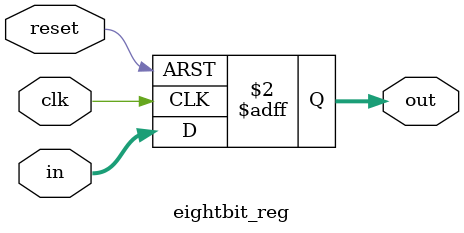
<source format=v>
module eightbit_reg(clk,reset,in,out);
  input clk,reset;
  input [7:0]in;
  output reg [7:0]out;
  always @(posedge clk or posedge reset)
    begin
      if(reset)
        out<=1'b0;
      else
        out<=in;
    end
endmodule
</source>
